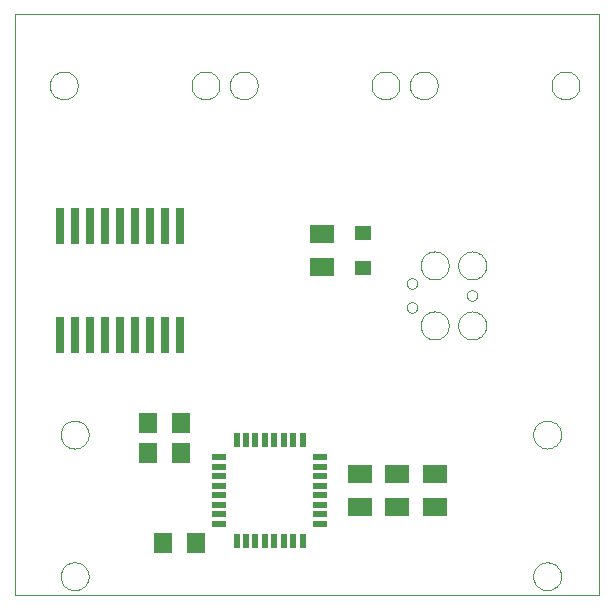
<source format=gbp>
G75*
G70*
%OFA0B0*%
%FSLAX24Y24*%
%IPPOS*%
%LPD*%
%AMOC8*
5,1,8,0,0,1.08239X$1,22.5*
%
%ADD10C,0.0000*%
%ADD11R,0.0500X0.0220*%
%ADD12R,0.0220X0.0500*%
%ADD13R,0.0787X0.0630*%
%ADD14R,0.0630X0.0709*%
%ADD15R,0.0551X0.0472*%
%ADD16R,0.0260X0.1200*%
D10*
X000483Y000350D02*
X000483Y019721D01*
X019978Y019721D01*
X019978Y000350D01*
X000483Y000350D01*
X002018Y000988D02*
X002020Y001031D01*
X002026Y001073D01*
X002036Y001115D01*
X002049Y001156D01*
X002067Y001195D01*
X002088Y001233D01*
X002112Y001268D01*
X002139Y001301D01*
X002170Y001332D01*
X002203Y001359D01*
X002238Y001383D01*
X002276Y001404D01*
X002315Y001422D01*
X002356Y001435D01*
X002398Y001445D01*
X002440Y001451D01*
X002483Y001453D01*
X002526Y001451D01*
X002568Y001445D01*
X002610Y001435D01*
X002651Y001422D01*
X002690Y001404D01*
X002728Y001383D01*
X002763Y001359D01*
X002796Y001332D01*
X002827Y001301D01*
X002854Y001268D01*
X002878Y001233D01*
X002899Y001195D01*
X002917Y001156D01*
X002930Y001115D01*
X002940Y001073D01*
X002946Y001031D01*
X002948Y000988D01*
X002946Y000945D01*
X002940Y000903D01*
X002930Y000861D01*
X002917Y000820D01*
X002899Y000781D01*
X002878Y000743D01*
X002854Y000708D01*
X002827Y000675D01*
X002796Y000644D01*
X002763Y000617D01*
X002728Y000593D01*
X002690Y000572D01*
X002651Y000554D01*
X002610Y000541D01*
X002568Y000531D01*
X002526Y000525D01*
X002483Y000523D01*
X002440Y000525D01*
X002398Y000531D01*
X002356Y000541D01*
X002315Y000554D01*
X002276Y000572D01*
X002238Y000593D01*
X002203Y000617D01*
X002170Y000644D01*
X002139Y000675D01*
X002112Y000708D01*
X002088Y000743D01*
X002067Y000781D01*
X002049Y000820D01*
X002036Y000861D01*
X002026Y000903D01*
X002020Y000945D01*
X002018Y000988D01*
X002018Y005712D02*
X002020Y005755D01*
X002026Y005797D01*
X002036Y005839D01*
X002049Y005880D01*
X002067Y005919D01*
X002088Y005957D01*
X002112Y005992D01*
X002139Y006025D01*
X002170Y006056D01*
X002203Y006083D01*
X002238Y006107D01*
X002276Y006128D01*
X002315Y006146D01*
X002356Y006159D01*
X002398Y006169D01*
X002440Y006175D01*
X002483Y006177D01*
X002526Y006175D01*
X002568Y006169D01*
X002610Y006159D01*
X002651Y006146D01*
X002690Y006128D01*
X002728Y006107D01*
X002763Y006083D01*
X002796Y006056D01*
X002827Y006025D01*
X002854Y005992D01*
X002878Y005957D01*
X002899Y005919D01*
X002917Y005880D01*
X002930Y005839D01*
X002940Y005797D01*
X002946Y005755D01*
X002948Y005712D01*
X002946Y005669D01*
X002940Y005627D01*
X002930Y005585D01*
X002917Y005544D01*
X002899Y005505D01*
X002878Y005467D01*
X002854Y005432D01*
X002827Y005399D01*
X002796Y005368D01*
X002763Y005341D01*
X002728Y005317D01*
X002690Y005296D01*
X002651Y005278D01*
X002610Y005265D01*
X002568Y005255D01*
X002526Y005249D01*
X002483Y005247D01*
X002440Y005249D01*
X002398Y005255D01*
X002356Y005265D01*
X002315Y005278D01*
X002276Y005296D01*
X002238Y005317D01*
X002203Y005341D01*
X002170Y005368D01*
X002139Y005399D01*
X002112Y005432D01*
X002088Y005467D01*
X002067Y005505D01*
X002049Y005544D01*
X002036Y005585D01*
X002026Y005627D01*
X002020Y005669D01*
X002018Y005712D01*
X013558Y009950D02*
X013560Y009976D01*
X013566Y010002D01*
X013575Y010026D01*
X013588Y010049D01*
X013605Y010069D01*
X013624Y010087D01*
X013646Y010102D01*
X013669Y010113D01*
X013694Y010121D01*
X013720Y010125D01*
X013746Y010125D01*
X013772Y010121D01*
X013797Y010113D01*
X013821Y010102D01*
X013842Y010087D01*
X013861Y010069D01*
X013878Y010049D01*
X013891Y010026D01*
X013900Y010002D01*
X013906Y009976D01*
X013908Y009950D01*
X013906Y009924D01*
X013900Y009898D01*
X013891Y009874D01*
X013878Y009851D01*
X013861Y009831D01*
X013842Y009813D01*
X013820Y009798D01*
X013797Y009787D01*
X013772Y009779D01*
X013746Y009775D01*
X013720Y009775D01*
X013694Y009779D01*
X013669Y009787D01*
X013645Y009798D01*
X013624Y009813D01*
X013605Y009831D01*
X013588Y009851D01*
X013575Y009874D01*
X013566Y009898D01*
X013560Y009924D01*
X013558Y009950D01*
X013558Y010750D02*
X013560Y010776D01*
X013566Y010802D01*
X013575Y010826D01*
X013588Y010849D01*
X013605Y010869D01*
X013624Y010887D01*
X013646Y010902D01*
X013669Y010913D01*
X013694Y010921D01*
X013720Y010925D01*
X013746Y010925D01*
X013772Y010921D01*
X013797Y010913D01*
X013821Y010902D01*
X013842Y010887D01*
X013861Y010869D01*
X013878Y010849D01*
X013891Y010826D01*
X013900Y010802D01*
X013906Y010776D01*
X013908Y010750D01*
X013906Y010724D01*
X013900Y010698D01*
X013891Y010674D01*
X013878Y010651D01*
X013861Y010631D01*
X013842Y010613D01*
X013820Y010598D01*
X013797Y010587D01*
X013772Y010579D01*
X013746Y010575D01*
X013720Y010575D01*
X013694Y010579D01*
X013669Y010587D01*
X013645Y010598D01*
X013624Y010613D01*
X013605Y010631D01*
X013588Y010651D01*
X013575Y010674D01*
X013566Y010698D01*
X013560Y010724D01*
X013558Y010750D01*
X014016Y011350D02*
X014018Y011393D01*
X014024Y011436D01*
X014034Y011478D01*
X014048Y011519D01*
X014065Y011558D01*
X014086Y011596D01*
X014110Y011631D01*
X014138Y011665D01*
X014168Y011695D01*
X014202Y011723D01*
X014237Y011747D01*
X014275Y011768D01*
X014314Y011785D01*
X014355Y011799D01*
X014397Y011809D01*
X014440Y011815D01*
X014483Y011817D01*
X014526Y011815D01*
X014569Y011809D01*
X014611Y011799D01*
X014652Y011785D01*
X014691Y011768D01*
X014729Y011747D01*
X014764Y011723D01*
X014798Y011695D01*
X014828Y011665D01*
X014856Y011631D01*
X014880Y011596D01*
X014901Y011558D01*
X014918Y011519D01*
X014932Y011478D01*
X014942Y011436D01*
X014948Y011393D01*
X014950Y011350D01*
X014948Y011307D01*
X014942Y011264D01*
X014932Y011222D01*
X014918Y011181D01*
X014901Y011142D01*
X014880Y011104D01*
X014856Y011069D01*
X014828Y011035D01*
X014798Y011005D01*
X014764Y010977D01*
X014729Y010953D01*
X014691Y010932D01*
X014652Y010915D01*
X014611Y010901D01*
X014569Y010891D01*
X014526Y010885D01*
X014483Y010883D01*
X014440Y010885D01*
X014397Y010891D01*
X014355Y010901D01*
X014314Y010915D01*
X014275Y010932D01*
X014237Y010953D01*
X014202Y010977D01*
X014168Y011005D01*
X014138Y011035D01*
X014110Y011069D01*
X014086Y011104D01*
X014065Y011142D01*
X014048Y011181D01*
X014034Y011222D01*
X014024Y011264D01*
X014018Y011307D01*
X014016Y011350D01*
X015266Y011350D02*
X015268Y011393D01*
X015274Y011436D01*
X015284Y011478D01*
X015298Y011519D01*
X015315Y011558D01*
X015336Y011596D01*
X015360Y011631D01*
X015388Y011665D01*
X015418Y011695D01*
X015452Y011723D01*
X015487Y011747D01*
X015525Y011768D01*
X015564Y011785D01*
X015605Y011799D01*
X015647Y011809D01*
X015690Y011815D01*
X015733Y011817D01*
X015776Y011815D01*
X015819Y011809D01*
X015861Y011799D01*
X015902Y011785D01*
X015941Y011768D01*
X015979Y011747D01*
X016014Y011723D01*
X016048Y011695D01*
X016078Y011665D01*
X016106Y011631D01*
X016130Y011596D01*
X016151Y011558D01*
X016168Y011519D01*
X016182Y011478D01*
X016192Y011436D01*
X016198Y011393D01*
X016200Y011350D01*
X016198Y011307D01*
X016192Y011264D01*
X016182Y011222D01*
X016168Y011181D01*
X016151Y011142D01*
X016130Y011104D01*
X016106Y011069D01*
X016078Y011035D01*
X016048Y011005D01*
X016014Y010977D01*
X015979Y010953D01*
X015941Y010932D01*
X015902Y010915D01*
X015861Y010901D01*
X015819Y010891D01*
X015776Y010885D01*
X015733Y010883D01*
X015690Y010885D01*
X015647Y010891D01*
X015605Y010901D01*
X015564Y010915D01*
X015525Y010932D01*
X015487Y010953D01*
X015452Y010977D01*
X015418Y011005D01*
X015388Y011035D01*
X015360Y011069D01*
X015336Y011104D01*
X015315Y011142D01*
X015298Y011181D01*
X015284Y011222D01*
X015274Y011264D01*
X015268Y011307D01*
X015266Y011350D01*
X015558Y010350D02*
X015560Y010376D01*
X015566Y010402D01*
X015575Y010426D01*
X015588Y010449D01*
X015605Y010469D01*
X015624Y010487D01*
X015646Y010502D01*
X015669Y010513D01*
X015694Y010521D01*
X015720Y010525D01*
X015746Y010525D01*
X015772Y010521D01*
X015797Y010513D01*
X015821Y010502D01*
X015842Y010487D01*
X015861Y010469D01*
X015878Y010449D01*
X015891Y010426D01*
X015900Y010402D01*
X015906Y010376D01*
X015908Y010350D01*
X015906Y010324D01*
X015900Y010298D01*
X015891Y010274D01*
X015878Y010251D01*
X015861Y010231D01*
X015842Y010213D01*
X015820Y010198D01*
X015797Y010187D01*
X015772Y010179D01*
X015746Y010175D01*
X015720Y010175D01*
X015694Y010179D01*
X015669Y010187D01*
X015645Y010198D01*
X015624Y010213D01*
X015605Y010231D01*
X015588Y010251D01*
X015575Y010274D01*
X015566Y010298D01*
X015560Y010324D01*
X015558Y010350D01*
X015266Y009350D02*
X015268Y009393D01*
X015274Y009436D01*
X015284Y009478D01*
X015298Y009519D01*
X015315Y009558D01*
X015336Y009596D01*
X015360Y009631D01*
X015388Y009665D01*
X015418Y009695D01*
X015452Y009723D01*
X015487Y009747D01*
X015525Y009768D01*
X015564Y009785D01*
X015605Y009799D01*
X015647Y009809D01*
X015690Y009815D01*
X015733Y009817D01*
X015776Y009815D01*
X015819Y009809D01*
X015861Y009799D01*
X015902Y009785D01*
X015941Y009768D01*
X015979Y009747D01*
X016014Y009723D01*
X016048Y009695D01*
X016078Y009665D01*
X016106Y009631D01*
X016130Y009596D01*
X016151Y009558D01*
X016168Y009519D01*
X016182Y009478D01*
X016192Y009436D01*
X016198Y009393D01*
X016200Y009350D01*
X016198Y009307D01*
X016192Y009264D01*
X016182Y009222D01*
X016168Y009181D01*
X016151Y009142D01*
X016130Y009104D01*
X016106Y009069D01*
X016078Y009035D01*
X016048Y009005D01*
X016014Y008977D01*
X015979Y008953D01*
X015941Y008932D01*
X015902Y008915D01*
X015861Y008901D01*
X015819Y008891D01*
X015776Y008885D01*
X015733Y008883D01*
X015690Y008885D01*
X015647Y008891D01*
X015605Y008901D01*
X015564Y008915D01*
X015525Y008932D01*
X015487Y008953D01*
X015452Y008977D01*
X015418Y009005D01*
X015388Y009035D01*
X015360Y009069D01*
X015336Y009104D01*
X015315Y009142D01*
X015298Y009181D01*
X015284Y009222D01*
X015274Y009264D01*
X015268Y009307D01*
X015266Y009350D01*
X014016Y009350D02*
X014018Y009393D01*
X014024Y009436D01*
X014034Y009478D01*
X014048Y009519D01*
X014065Y009558D01*
X014086Y009596D01*
X014110Y009631D01*
X014138Y009665D01*
X014168Y009695D01*
X014202Y009723D01*
X014237Y009747D01*
X014275Y009768D01*
X014314Y009785D01*
X014355Y009799D01*
X014397Y009809D01*
X014440Y009815D01*
X014483Y009817D01*
X014526Y009815D01*
X014569Y009809D01*
X014611Y009799D01*
X014652Y009785D01*
X014691Y009768D01*
X014729Y009747D01*
X014764Y009723D01*
X014798Y009695D01*
X014828Y009665D01*
X014856Y009631D01*
X014880Y009596D01*
X014901Y009558D01*
X014918Y009519D01*
X014932Y009478D01*
X014942Y009436D01*
X014948Y009393D01*
X014950Y009350D01*
X014948Y009307D01*
X014942Y009264D01*
X014932Y009222D01*
X014918Y009181D01*
X014901Y009142D01*
X014880Y009104D01*
X014856Y009069D01*
X014828Y009035D01*
X014798Y009005D01*
X014764Y008977D01*
X014729Y008953D01*
X014691Y008932D01*
X014652Y008915D01*
X014611Y008901D01*
X014569Y008891D01*
X014526Y008885D01*
X014483Y008883D01*
X014440Y008885D01*
X014397Y008891D01*
X014355Y008901D01*
X014314Y008915D01*
X014275Y008932D01*
X014237Y008953D01*
X014202Y008977D01*
X014168Y009005D01*
X014138Y009035D01*
X014110Y009069D01*
X014086Y009104D01*
X014065Y009142D01*
X014048Y009181D01*
X014034Y009222D01*
X014024Y009264D01*
X014018Y009307D01*
X014016Y009350D01*
X017768Y005712D02*
X017770Y005755D01*
X017776Y005797D01*
X017786Y005839D01*
X017799Y005880D01*
X017817Y005919D01*
X017838Y005957D01*
X017862Y005992D01*
X017889Y006025D01*
X017920Y006056D01*
X017953Y006083D01*
X017988Y006107D01*
X018026Y006128D01*
X018065Y006146D01*
X018106Y006159D01*
X018148Y006169D01*
X018190Y006175D01*
X018233Y006177D01*
X018276Y006175D01*
X018318Y006169D01*
X018360Y006159D01*
X018401Y006146D01*
X018440Y006128D01*
X018478Y006107D01*
X018513Y006083D01*
X018546Y006056D01*
X018577Y006025D01*
X018604Y005992D01*
X018628Y005957D01*
X018649Y005919D01*
X018667Y005880D01*
X018680Y005839D01*
X018690Y005797D01*
X018696Y005755D01*
X018698Y005712D01*
X018696Y005669D01*
X018690Y005627D01*
X018680Y005585D01*
X018667Y005544D01*
X018649Y005505D01*
X018628Y005467D01*
X018604Y005432D01*
X018577Y005399D01*
X018546Y005368D01*
X018513Y005341D01*
X018478Y005317D01*
X018440Y005296D01*
X018401Y005278D01*
X018360Y005265D01*
X018318Y005255D01*
X018276Y005249D01*
X018233Y005247D01*
X018190Y005249D01*
X018148Y005255D01*
X018106Y005265D01*
X018065Y005278D01*
X018026Y005296D01*
X017988Y005317D01*
X017953Y005341D01*
X017920Y005368D01*
X017889Y005399D01*
X017862Y005432D01*
X017838Y005467D01*
X017817Y005505D01*
X017799Y005544D01*
X017786Y005585D01*
X017776Y005627D01*
X017770Y005669D01*
X017768Y005712D01*
X017768Y000988D02*
X017770Y001031D01*
X017776Y001073D01*
X017786Y001115D01*
X017799Y001156D01*
X017817Y001195D01*
X017838Y001233D01*
X017862Y001268D01*
X017889Y001301D01*
X017920Y001332D01*
X017953Y001359D01*
X017988Y001383D01*
X018026Y001404D01*
X018065Y001422D01*
X018106Y001435D01*
X018148Y001445D01*
X018190Y001451D01*
X018233Y001453D01*
X018276Y001451D01*
X018318Y001445D01*
X018360Y001435D01*
X018401Y001422D01*
X018440Y001404D01*
X018478Y001383D01*
X018513Y001359D01*
X018546Y001332D01*
X018577Y001301D01*
X018604Y001268D01*
X018628Y001233D01*
X018649Y001195D01*
X018667Y001156D01*
X018680Y001115D01*
X018690Y001073D01*
X018696Y001031D01*
X018698Y000988D01*
X018696Y000945D01*
X018690Y000903D01*
X018680Y000861D01*
X018667Y000820D01*
X018649Y000781D01*
X018628Y000743D01*
X018604Y000708D01*
X018577Y000675D01*
X018546Y000644D01*
X018513Y000617D01*
X018478Y000593D01*
X018440Y000572D01*
X018401Y000554D01*
X018360Y000541D01*
X018318Y000531D01*
X018276Y000525D01*
X018233Y000523D01*
X018190Y000525D01*
X018148Y000531D01*
X018106Y000541D01*
X018065Y000554D01*
X018026Y000572D01*
X017988Y000593D01*
X017953Y000617D01*
X017920Y000644D01*
X017889Y000675D01*
X017862Y000708D01*
X017838Y000743D01*
X017817Y000781D01*
X017799Y000820D01*
X017786Y000861D01*
X017776Y000903D01*
X017770Y000945D01*
X017768Y000988D01*
X018380Y017350D02*
X018382Y017393D01*
X018388Y017435D01*
X018398Y017477D01*
X018411Y017518D01*
X018429Y017557D01*
X018450Y017595D01*
X018474Y017630D01*
X018501Y017663D01*
X018532Y017694D01*
X018565Y017721D01*
X018600Y017745D01*
X018638Y017766D01*
X018677Y017784D01*
X018718Y017797D01*
X018760Y017807D01*
X018802Y017813D01*
X018845Y017815D01*
X018888Y017813D01*
X018930Y017807D01*
X018972Y017797D01*
X019013Y017784D01*
X019052Y017766D01*
X019090Y017745D01*
X019125Y017721D01*
X019158Y017694D01*
X019189Y017663D01*
X019216Y017630D01*
X019240Y017595D01*
X019261Y017557D01*
X019279Y017518D01*
X019292Y017477D01*
X019302Y017435D01*
X019308Y017393D01*
X019310Y017350D01*
X019308Y017307D01*
X019302Y017265D01*
X019292Y017223D01*
X019279Y017182D01*
X019261Y017143D01*
X019240Y017105D01*
X019216Y017070D01*
X019189Y017037D01*
X019158Y017006D01*
X019125Y016979D01*
X019090Y016955D01*
X019052Y016934D01*
X019013Y016916D01*
X018972Y016903D01*
X018930Y016893D01*
X018888Y016887D01*
X018845Y016885D01*
X018802Y016887D01*
X018760Y016893D01*
X018718Y016903D01*
X018677Y016916D01*
X018638Y016934D01*
X018600Y016955D01*
X018565Y016979D01*
X018532Y017006D01*
X018501Y017037D01*
X018474Y017070D01*
X018450Y017105D01*
X018429Y017143D01*
X018411Y017182D01*
X018398Y017223D01*
X018388Y017265D01*
X018382Y017307D01*
X018380Y017350D01*
X013655Y017350D02*
X013657Y017393D01*
X013663Y017435D01*
X013673Y017477D01*
X013686Y017518D01*
X013704Y017557D01*
X013725Y017595D01*
X013749Y017630D01*
X013776Y017663D01*
X013807Y017694D01*
X013840Y017721D01*
X013875Y017745D01*
X013913Y017766D01*
X013952Y017784D01*
X013993Y017797D01*
X014035Y017807D01*
X014077Y017813D01*
X014120Y017815D01*
X014163Y017813D01*
X014205Y017807D01*
X014247Y017797D01*
X014288Y017784D01*
X014327Y017766D01*
X014365Y017745D01*
X014400Y017721D01*
X014433Y017694D01*
X014464Y017663D01*
X014491Y017630D01*
X014515Y017595D01*
X014536Y017557D01*
X014554Y017518D01*
X014567Y017477D01*
X014577Y017435D01*
X014583Y017393D01*
X014585Y017350D01*
X014583Y017307D01*
X014577Y017265D01*
X014567Y017223D01*
X014554Y017182D01*
X014536Y017143D01*
X014515Y017105D01*
X014491Y017070D01*
X014464Y017037D01*
X014433Y017006D01*
X014400Y016979D01*
X014365Y016955D01*
X014327Y016934D01*
X014288Y016916D01*
X014247Y016903D01*
X014205Y016893D01*
X014163Y016887D01*
X014120Y016885D01*
X014077Y016887D01*
X014035Y016893D01*
X013993Y016903D01*
X013952Y016916D01*
X013913Y016934D01*
X013875Y016955D01*
X013840Y016979D01*
X013807Y017006D01*
X013776Y017037D01*
X013749Y017070D01*
X013725Y017105D01*
X013704Y017143D01*
X013686Y017182D01*
X013673Y017223D01*
X013663Y017265D01*
X013657Y017307D01*
X013655Y017350D01*
X012380Y017350D02*
X012382Y017393D01*
X012388Y017435D01*
X012398Y017477D01*
X012411Y017518D01*
X012429Y017557D01*
X012450Y017595D01*
X012474Y017630D01*
X012501Y017663D01*
X012532Y017694D01*
X012565Y017721D01*
X012600Y017745D01*
X012638Y017766D01*
X012677Y017784D01*
X012718Y017797D01*
X012760Y017807D01*
X012802Y017813D01*
X012845Y017815D01*
X012888Y017813D01*
X012930Y017807D01*
X012972Y017797D01*
X013013Y017784D01*
X013052Y017766D01*
X013090Y017745D01*
X013125Y017721D01*
X013158Y017694D01*
X013189Y017663D01*
X013216Y017630D01*
X013240Y017595D01*
X013261Y017557D01*
X013279Y017518D01*
X013292Y017477D01*
X013302Y017435D01*
X013308Y017393D01*
X013310Y017350D01*
X013308Y017307D01*
X013302Y017265D01*
X013292Y017223D01*
X013279Y017182D01*
X013261Y017143D01*
X013240Y017105D01*
X013216Y017070D01*
X013189Y017037D01*
X013158Y017006D01*
X013125Y016979D01*
X013090Y016955D01*
X013052Y016934D01*
X013013Y016916D01*
X012972Y016903D01*
X012930Y016893D01*
X012888Y016887D01*
X012845Y016885D01*
X012802Y016887D01*
X012760Y016893D01*
X012718Y016903D01*
X012677Y016916D01*
X012638Y016934D01*
X012600Y016955D01*
X012565Y016979D01*
X012532Y017006D01*
X012501Y017037D01*
X012474Y017070D01*
X012450Y017105D01*
X012429Y017143D01*
X012411Y017182D01*
X012398Y017223D01*
X012388Y017265D01*
X012382Y017307D01*
X012380Y017350D01*
X007655Y017350D02*
X007657Y017393D01*
X007663Y017435D01*
X007673Y017477D01*
X007686Y017518D01*
X007704Y017557D01*
X007725Y017595D01*
X007749Y017630D01*
X007776Y017663D01*
X007807Y017694D01*
X007840Y017721D01*
X007875Y017745D01*
X007913Y017766D01*
X007952Y017784D01*
X007993Y017797D01*
X008035Y017807D01*
X008077Y017813D01*
X008120Y017815D01*
X008163Y017813D01*
X008205Y017807D01*
X008247Y017797D01*
X008288Y017784D01*
X008327Y017766D01*
X008365Y017745D01*
X008400Y017721D01*
X008433Y017694D01*
X008464Y017663D01*
X008491Y017630D01*
X008515Y017595D01*
X008536Y017557D01*
X008554Y017518D01*
X008567Y017477D01*
X008577Y017435D01*
X008583Y017393D01*
X008585Y017350D01*
X008583Y017307D01*
X008577Y017265D01*
X008567Y017223D01*
X008554Y017182D01*
X008536Y017143D01*
X008515Y017105D01*
X008491Y017070D01*
X008464Y017037D01*
X008433Y017006D01*
X008400Y016979D01*
X008365Y016955D01*
X008327Y016934D01*
X008288Y016916D01*
X008247Y016903D01*
X008205Y016893D01*
X008163Y016887D01*
X008120Y016885D01*
X008077Y016887D01*
X008035Y016893D01*
X007993Y016903D01*
X007952Y016916D01*
X007913Y016934D01*
X007875Y016955D01*
X007840Y016979D01*
X007807Y017006D01*
X007776Y017037D01*
X007749Y017070D01*
X007725Y017105D01*
X007704Y017143D01*
X007686Y017182D01*
X007673Y017223D01*
X007663Y017265D01*
X007657Y017307D01*
X007655Y017350D01*
X006380Y017350D02*
X006382Y017393D01*
X006388Y017435D01*
X006398Y017477D01*
X006411Y017518D01*
X006429Y017557D01*
X006450Y017595D01*
X006474Y017630D01*
X006501Y017663D01*
X006532Y017694D01*
X006565Y017721D01*
X006600Y017745D01*
X006638Y017766D01*
X006677Y017784D01*
X006718Y017797D01*
X006760Y017807D01*
X006802Y017813D01*
X006845Y017815D01*
X006888Y017813D01*
X006930Y017807D01*
X006972Y017797D01*
X007013Y017784D01*
X007052Y017766D01*
X007090Y017745D01*
X007125Y017721D01*
X007158Y017694D01*
X007189Y017663D01*
X007216Y017630D01*
X007240Y017595D01*
X007261Y017557D01*
X007279Y017518D01*
X007292Y017477D01*
X007302Y017435D01*
X007308Y017393D01*
X007310Y017350D01*
X007308Y017307D01*
X007302Y017265D01*
X007292Y017223D01*
X007279Y017182D01*
X007261Y017143D01*
X007240Y017105D01*
X007216Y017070D01*
X007189Y017037D01*
X007158Y017006D01*
X007125Y016979D01*
X007090Y016955D01*
X007052Y016934D01*
X007013Y016916D01*
X006972Y016903D01*
X006930Y016893D01*
X006888Y016887D01*
X006845Y016885D01*
X006802Y016887D01*
X006760Y016893D01*
X006718Y016903D01*
X006677Y016916D01*
X006638Y016934D01*
X006600Y016955D01*
X006565Y016979D01*
X006532Y017006D01*
X006501Y017037D01*
X006474Y017070D01*
X006450Y017105D01*
X006429Y017143D01*
X006411Y017182D01*
X006398Y017223D01*
X006388Y017265D01*
X006382Y017307D01*
X006380Y017350D01*
X001655Y017350D02*
X001657Y017393D01*
X001663Y017435D01*
X001673Y017477D01*
X001686Y017518D01*
X001704Y017557D01*
X001725Y017595D01*
X001749Y017630D01*
X001776Y017663D01*
X001807Y017694D01*
X001840Y017721D01*
X001875Y017745D01*
X001913Y017766D01*
X001952Y017784D01*
X001993Y017797D01*
X002035Y017807D01*
X002077Y017813D01*
X002120Y017815D01*
X002163Y017813D01*
X002205Y017807D01*
X002247Y017797D01*
X002288Y017784D01*
X002327Y017766D01*
X002365Y017745D01*
X002400Y017721D01*
X002433Y017694D01*
X002464Y017663D01*
X002491Y017630D01*
X002515Y017595D01*
X002536Y017557D01*
X002554Y017518D01*
X002567Y017477D01*
X002577Y017435D01*
X002583Y017393D01*
X002585Y017350D01*
X002583Y017307D01*
X002577Y017265D01*
X002567Y017223D01*
X002554Y017182D01*
X002536Y017143D01*
X002515Y017105D01*
X002491Y017070D01*
X002464Y017037D01*
X002433Y017006D01*
X002400Y016979D01*
X002365Y016955D01*
X002327Y016934D01*
X002288Y016916D01*
X002247Y016903D01*
X002205Y016893D01*
X002163Y016887D01*
X002120Y016885D01*
X002077Y016887D01*
X002035Y016893D01*
X001993Y016903D01*
X001952Y016916D01*
X001913Y016934D01*
X001875Y016955D01*
X001840Y016979D01*
X001807Y017006D01*
X001776Y017037D01*
X001749Y017070D01*
X001725Y017105D01*
X001704Y017143D01*
X001686Y017182D01*
X001673Y017223D01*
X001663Y017265D01*
X001657Y017307D01*
X001655Y017350D01*
D11*
X007293Y004952D03*
X007293Y004637D03*
X007293Y004322D03*
X007293Y004007D03*
X007293Y003693D03*
X007293Y003378D03*
X007293Y003063D03*
X007293Y002748D03*
X010673Y002748D03*
X010673Y003063D03*
X010673Y003378D03*
X010673Y003693D03*
X010673Y004007D03*
X010673Y004322D03*
X010673Y004637D03*
X010673Y004952D03*
D12*
X010085Y005540D03*
X009770Y005540D03*
X009455Y005540D03*
X009140Y005540D03*
X008825Y005540D03*
X008510Y005540D03*
X008195Y005540D03*
X007880Y005540D03*
X007880Y002160D03*
X008195Y002160D03*
X008510Y002160D03*
X008825Y002160D03*
X009140Y002160D03*
X009455Y002160D03*
X009770Y002160D03*
X010085Y002160D03*
D13*
X011983Y003299D03*
X011983Y004401D03*
X013233Y004401D03*
X013233Y003299D03*
X014483Y003299D03*
X014483Y004401D03*
X010733Y011299D03*
X010733Y012401D03*
D14*
X006034Y006100D03*
X006034Y005100D03*
X004931Y005100D03*
X004931Y006100D03*
X005431Y002100D03*
X006534Y002100D03*
D15*
X012108Y011259D03*
X012108Y012441D03*
D16*
X005983Y012655D03*
X005483Y012655D03*
X004983Y012655D03*
X004483Y012655D03*
X003983Y012655D03*
X003483Y012655D03*
X002983Y012655D03*
X002483Y012655D03*
X001983Y012655D03*
X001983Y009030D03*
X002483Y009045D03*
X002983Y009045D03*
X003483Y009045D03*
X003983Y009045D03*
X004483Y009045D03*
X004983Y009045D03*
X005483Y009045D03*
X005983Y009045D03*
M02*

</source>
